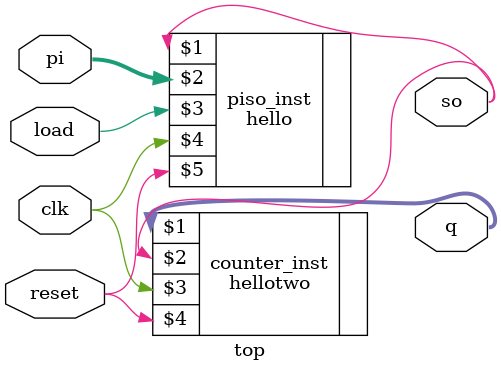
<source format=v>
module top(q, so, clk, reset, load, pi);
    input clk, reset, load;
    input [3:0] pi;
    output [3:0] q;
    output so;

    hello piso_inst(so, pi, load, clk, reset);

    hellotwo counter_inst(q, so, clk, reset);

endmodule
</source>
